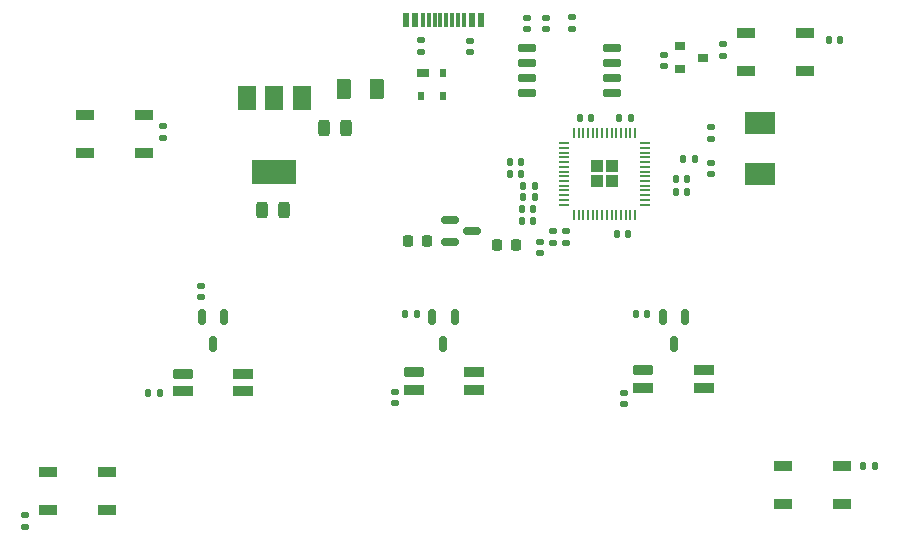
<source format=gbr>
G04 #@! TF.GenerationSoftware,KiCad,Pcbnew,(7.0.0-0)*
G04 #@! TF.CreationDate,2023-03-01T20:47:15-06:00*
G04 #@! TF.ProjectId,RP2040_minimal,52503230-3430-45f6-9d69-6e696d616c2e,REV1*
G04 #@! TF.SameCoordinates,Original*
G04 #@! TF.FileFunction,Paste,Bot*
G04 #@! TF.FilePolarity,Positive*
%FSLAX46Y46*%
G04 Gerber Fmt 4.6, Leading zero omitted, Abs format (unit mm)*
G04 Created by KiCad (PCBNEW (7.0.0-0)) date 2023-03-01 20:47:15*
%MOMM*%
%LPD*%
G01*
G04 APERTURE LIST*
G04 Aperture macros list*
%AMRoundRect*
0 Rectangle with rounded corners*
0 $1 Rounding radius*
0 $2 $3 $4 $5 $6 $7 $8 $9 X,Y pos of 4 corners*
0 Add a 4 corners polygon primitive as box body*
4,1,4,$2,$3,$4,$5,$6,$7,$8,$9,$2,$3,0*
0 Add four circle primitives for the rounded corners*
1,1,$1+$1,$2,$3*
1,1,$1+$1,$4,$5*
1,1,$1+$1,$6,$7*
1,1,$1+$1,$8,$9*
0 Add four rect primitives between the rounded corners*
20,1,$1+$1,$2,$3,$4,$5,0*
20,1,$1+$1,$4,$5,$6,$7,0*
20,1,$1+$1,$6,$7,$8,$9,0*
20,1,$1+$1,$8,$9,$2,$3,0*%
G04 Aperture macros list end*
%ADD10R,1.700000X0.820000*%
%ADD11RoundRect,0.205000X0.645000X0.205000X-0.645000X0.205000X-0.645000X-0.205000X0.645000X-0.205000X0*%
%ADD12RoundRect,0.243750X0.243750X0.456250X-0.243750X0.456250X-0.243750X-0.456250X0.243750X-0.456250X0*%
%ADD13RoundRect,0.147500X0.147500X0.172500X-0.147500X0.172500X-0.147500X-0.172500X0.147500X-0.172500X0*%
%ADD14RoundRect,0.147500X-0.147500X-0.172500X0.147500X-0.172500X0.147500X0.172500X-0.147500X0.172500X0*%
%ADD15R,1.500000X2.000000*%
%ADD16R,3.800000X2.000000*%
%ADD17RoundRect,0.150000X0.650000X0.150000X-0.650000X0.150000X-0.650000X-0.150000X0.650000X-0.150000X0*%
%ADD18RoundRect,0.147500X-0.172500X0.147500X-0.172500X-0.147500X0.172500X-0.147500X0.172500X0.147500X0*%
%ADD19RoundRect,0.243750X-0.243750X-0.456250X0.243750X-0.456250X0.243750X0.456250X-0.243750X0.456250X0*%
%ADD20RoundRect,0.147500X0.172500X-0.147500X0.172500X0.147500X-0.172500X0.147500X-0.172500X-0.147500X0*%
%ADD21RoundRect,0.250000X-0.292217X0.292217X-0.292217X-0.292217X0.292217X-0.292217X0.292217X0.292217X0*%
%ADD22RoundRect,0.050000X-0.050000X0.387500X-0.050000X-0.387500X0.050000X-0.387500X0.050000X0.387500X0*%
%ADD23RoundRect,0.050000X-0.387500X0.050000X-0.387500X-0.050000X0.387500X-0.050000X0.387500X0.050000X0*%
%ADD24R,2.600000X1.900000*%
%ADD25RoundRect,0.140000X-0.170000X0.140000X-0.170000X-0.140000X0.170000X-0.140000X0.170000X0.140000X0*%
%ADD26RoundRect,0.140000X0.140000X0.170000X-0.140000X0.170000X-0.140000X-0.170000X0.140000X-0.170000X0*%
%ADD27R,1.501140X0.899160*%
%ADD28RoundRect,0.225000X-0.225000X-0.250000X0.225000X-0.250000X0.225000X0.250000X-0.225000X0.250000X0*%
%ADD29RoundRect,0.150000X-0.150000X0.512500X-0.150000X-0.512500X0.150000X-0.512500X0.150000X0.512500X0*%
%ADD30R,0.900000X0.800000*%
%ADD31R,0.600000X1.150000*%
%ADD32R,0.300000X1.150000*%
%ADD33R,1.000000X0.700000*%
%ADD34R,0.600000X0.700000*%
%ADD35RoundRect,0.150000X-0.587500X-0.150000X0.587500X-0.150000X0.587500X0.150000X-0.587500X0.150000X0*%
%ADD36RoundRect,0.140000X-0.140000X-0.170000X0.140000X-0.170000X0.140000X0.170000X-0.140000X0.170000X0*%
%ADD37RoundRect,0.140000X0.170000X-0.140000X0.170000X0.140000X-0.170000X0.140000X-0.170000X-0.140000X0*%
%ADD38RoundRect,0.250000X0.375000X0.625000X-0.375000X0.625000X-0.375000X-0.625000X0.375000X-0.625000X0*%
G04 APERTURE END LIST*
D10*
X102579999Y-134994999D03*
X102579999Y-133494999D03*
D11*
X97480000Y-133495000D03*
D10*
X97479999Y-134994999D03*
D12*
X86497500Y-119740000D03*
X84622500Y-119740000D03*
D13*
X107597500Y-120730000D03*
X106627500Y-120730000D03*
X107597500Y-119730000D03*
X106627500Y-119730000D03*
D14*
X114667500Y-121777500D03*
X115637500Y-121777500D03*
D15*
X83389999Y-110279999D03*
X85689999Y-110279999D03*
D16*
X85689999Y-116579999D03*
D15*
X87989999Y-110279999D03*
D17*
X114307500Y-106092500D03*
X114307500Y-107362500D03*
X114307500Y-108632500D03*
X114307500Y-109902500D03*
X107107500Y-109902500D03*
X107107500Y-108632500D03*
X107107500Y-107362500D03*
X107107500Y-106092500D03*
D18*
X122662500Y-115762500D03*
X122662500Y-116732500D03*
D13*
X106597500Y-116730000D03*
X105627500Y-116730000D03*
D14*
X111545000Y-112010000D03*
X112515000Y-112010000D03*
X119662500Y-117143500D03*
X120632500Y-117143500D03*
X106741624Y-117715000D03*
X107711624Y-117715000D03*
X119662500Y-118262500D03*
X120632500Y-118262500D03*
D19*
X89862500Y-112820000D03*
X91737500Y-112820000D03*
D14*
X114895000Y-111980000D03*
X115865000Y-111980000D03*
D20*
X108690000Y-104455000D03*
X108690000Y-103485000D03*
D21*
X114275000Y-116090000D03*
X113000000Y-116090000D03*
X114275000Y-117365000D03*
X113000000Y-117365000D03*
D22*
X111037500Y-113290000D03*
X111437500Y-113290000D03*
X111837500Y-113290000D03*
X112237500Y-113290000D03*
X112637500Y-113290000D03*
X113037500Y-113290000D03*
X113437500Y-113290000D03*
X113837500Y-113290000D03*
X114237500Y-113290000D03*
X114637500Y-113290000D03*
X115037500Y-113290000D03*
X115437500Y-113290000D03*
X115837500Y-113290000D03*
X116237500Y-113290000D03*
D23*
X117075000Y-114127500D03*
X117075000Y-114527500D03*
X117075000Y-114927500D03*
X117075000Y-115327500D03*
X117075000Y-115727500D03*
X117075000Y-116127500D03*
X117075000Y-116527500D03*
X117075000Y-116927500D03*
X117075000Y-117327500D03*
X117075000Y-117727500D03*
X117075000Y-118127500D03*
X117075000Y-118527500D03*
X117075000Y-118927500D03*
X117075000Y-119327500D03*
D22*
X116237500Y-120165000D03*
X115837500Y-120165000D03*
X115437500Y-120165000D03*
X115037500Y-120165000D03*
X114637500Y-120165000D03*
X114237500Y-120165000D03*
X113837500Y-120165000D03*
X113437500Y-120165000D03*
X113037500Y-120165000D03*
X112637500Y-120165000D03*
X112237500Y-120165000D03*
X111837500Y-120165000D03*
X111437500Y-120165000D03*
X111037500Y-120165000D03*
D23*
X110200000Y-119327500D03*
X110200000Y-118927500D03*
X110200000Y-118527500D03*
X110200000Y-118127500D03*
X110200000Y-117727500D03*
X110200000Y-117327500D03*
X110200000Y-116927500D03*
X110200000Y-116527500D03*
X110200000Y-116127500D03*
X110200000Y-115727500D03*
X110200000Y-115327500D03*
X110200000Y-114927500D03*
X110200000Y-114527500D03*
X110200000Y-114127500D03*
D20*
X122662500Y-113762500D03*
X122662500Y-112792500D03*
D14*
X106741624Y-118715000D03*
X107711624Y-118715000D03*
D13*
X106597500Y-115730000D03*
X105627500Y-115730000D03*
D20*
X107080000Y-104455000D03*
X107080000Y-103485000D03*
D14*
X120292500Y-115462500D03*
X121262500Y-115462500D03*
D24*
X126778499Y-112453499D03*
X126778499Y-116753499D03*
D25*
X79480000Y-126190000D03*
X79480000Y-127150000D03*
X64580000Y-145640000D03*
X64580000Y-146600000D03*
D10*
X122029999Y-134829999D03*
X122029999Y-133329999D03*
D11*
X116930000Y-133330000D03*
D10*
X116929999Y-134829999D03*
D26*
X75010000Y-135250000D03*
X75970000Y-135250000D03*
D27*
X130589359Y-104829799D03*
X130589359Y-108030199D03*
X125590639Y-108030199D03*
X125590639Y-104829799D03*
X133739359Y-141459799D03*
X133739359Y-144660199D03*
X128740639Y-144660199D03*
X128740639Y-141459799D03*
D28*
X104565000Y-122770000D03*
X106115000Y-122770000D03*
D29*
X118550000Y-128862500D03*
X120450000Y-128862500D03*
X119500000Y-131137500D03*
D30*
X120009999Y-107829999D03*
X120009999Y-105929999D03*
X122009999Y-106879999D03*
D31*
X96799999Y-103679999D03*
X97599999Y-103679999D03*
D32*
X98749999Y-103679999D03*
X99749999Y-103679999D03*
X100249999Y-103679999D03*
X101249999Y-103679999D03*
D31*
X102399999Y-103679999D03*
X103199999Y-103679999D03*
X103199999Y-103679999D03*
X102399999Y-103679999D03*
D32*
X101749999Y-103679999D03*
X100749999Y-103679999D03*
X99249999Y-103679999D03*
X98249999Y-103679999D03*
D31*
X97599999Y-103679999D03*
X96799999Y-103679999D03*
D28*
X97035000Y-122430000D03*
X98585000Y-122430000D03*
D27*
X74639359Y-111769799D03*
X74639359Y-114970199D03*
X69640639Y-114970199D03*
X69640639Y-111769799D03*
D33*
X98284999Y-108139999D03*
D34*
X99984999Y-108139999D03*
X99984999Y-110139999D03*
X98084999Y-110139999D03*
D29*
X99050000Y-128862500D03*
X100950000Y-128862500D03*
X100000000Y-131137500D03*
D35*
X100562500Y-122514000D03*
X100562500Y-120614000D03*
X102437500Y-121564000D03*
D25*
X98080000Y-105430000D03*
X98080000Y-106390000D03*
X123640000Y-105760000D03*
X123640000Y-106720000D03*
D18*
X108210000Y-122485000D03*
X108210000Y-123455000D03*
D29*
X79550000Y-128862500D03*
X81450000Y-128862500D03*
X80500000Y-131137500D03*
D18*
X110360000Y-121575000D03*
X110360000Y-122545000D03*
X109300000Y-121585000D03*
X109300000Y-122555000D03*
D36*
X132644000Y-105410000D03*
X133604000Y-105410000D03*
D25*
X115320000Y-135250000D03*
X115320000Y-136210000D03*
D36*
X135560000Y-141470000D03*
X136520000Y-141470000D03*
D25*
X76280000Y-112710000D03*
X76280000Y-113670000D03*
D36*
X96760000Y-128580000D03*
X97720000Y-128580000D03*
D25*
X102270000Y-105470000D03*
X102270000Y-106430000D03*
D36*
X116280000Y-128580000D03*
X117240000Y-128580000D03*
D25*
X95940000Y-135150000D03*
X95940000Y-136110000D03*
D10*
X77929999Y-135124999D03*
D11*
X77930000Y-133625000D03*
D10*
X83029999Y-133624999D03*
X83029999Y-135124999D03*
D37*
X118710000Y-107610000D03*
X118710000Y-106650000D03*
D27*
X66530639Y-145190199D03*
X66530639Y-141989799D03*
X71529359Y-141989799D03*
X71529359Y-145190199D03*
D25*
X110900000Y-103460000D03*
X110900000Y-104420000D03*
D38*
X94360000Y-109550000D03*
X91560000Y-109550000D03*
M02*

</source>
